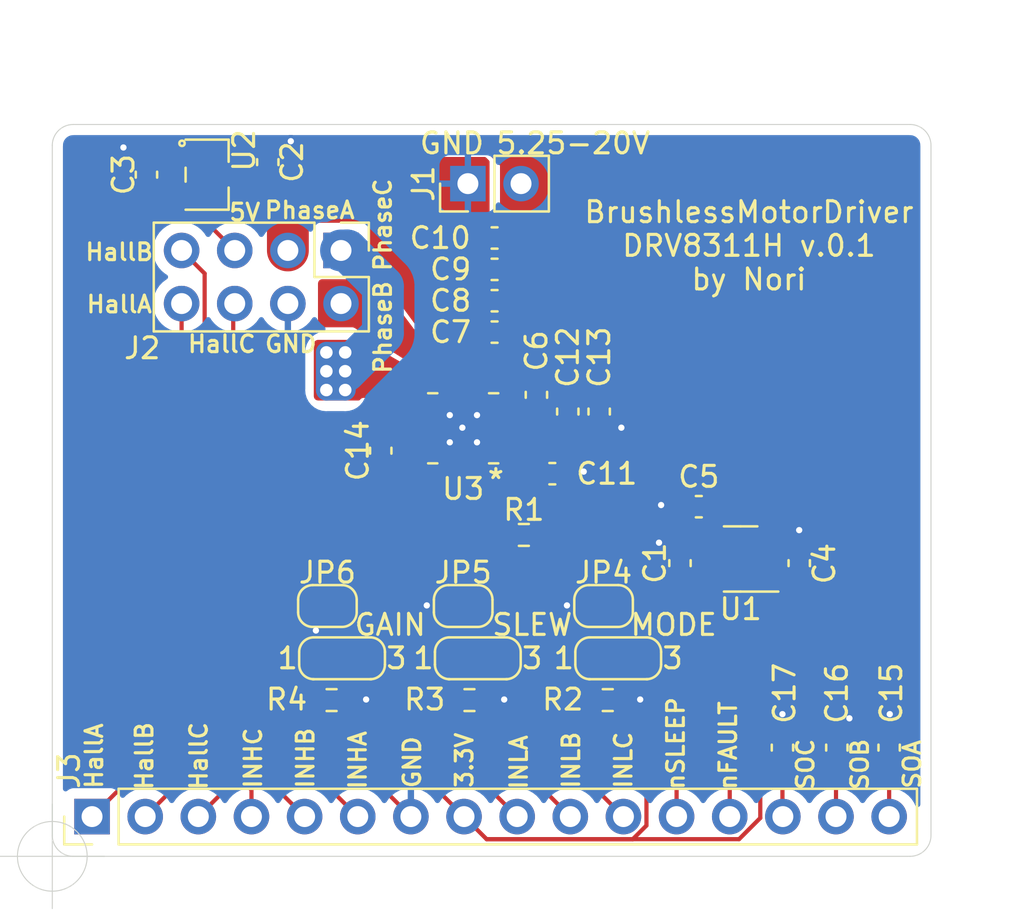
<source format=kicad_pcb>
(kicad_pcb (version 20211014) (generator pcbnew)
  (layers (0 "F.Cu" signal) (31 "B.Cu" signal) (34 "B.Paste" user) (35 "F.Paste" user) (36 "B.SilkS" user "B.Silkscreen") (37 "F.SilkS" user "F.Silkscreen") (38 "B.Mask" user) (39 "F.Mask" user) (44 "Edge.Cuts" user))
  (net 0 "")
  (net 1 "GND")
  (net 2 "+3V0")
  (net 3 "+BATT")
  (net 4 "+5V")
  (net 5 "+3V3")
  (net 6 "Net-(C5-Pad2)")
  (net 7 "Net-(C6-Pad1)")
  (net 8 "SOC")
  (net 9 "SOB")
  (net 10 "SOA")
  (net 11 "PhaseC")
  (net 12 "PhaseB")
  (net 13 "PhaseA")
  (net 14 "HallC")
  (net 15 "HallB")
  (net 16 "HallA")
  (net 17 "nSLEEP")
  (net 18 "INHA")
  (net 19 "INLA")
  (net 20 "INHB")
  (net 21 "INLB")
  (net 22 "INHC")
  (net 23 "INLC")
  (net 24 "nFAULT")
  (net 25 "Net-(JP1-Pad1)")
  (net 26 "MODE")
  (net 27 "Net-(JP2-Pad1)")
  (net 28 "SLEW")
  (net 29 "Net-(JP3-Pad1)")
  (net 30 "GAIN")
  (footprint "Capacitor_SMD:C_0603_1608Metric" (layer "F.Cu") (at 141.14 117.9288)
    (fp_text reference "C9")
    (fp_text value "10u")
  )
  (footprint "Capacitor_SMD:C_0603_1608Metric" (layer "F.Cu") (at 143.14 123.9288 90)
    (fp_text reference "C6")
    (fp_text value "1u")
  )
  (footprint "Capacitor_SMD:C_0603_1608Metric" (layer "F.Cu") (at 144.64 124.7288 90)
    (fp_text reference "C12")
    (fp_text value "0.1u")
  )
  (footprint "Resistor_SMD:R_0603_1608Metric" (layer "F.Cu") (at 133.35 138.5288 180)
    (fp_text reference "R4")
    (fp_text value "47k")
  )
  (footprint "Capacitor_SMD:C_0603_1608Metric" (layer "F.Cu") (at 154.9 140.8 -90)
    (fp_text reference "C17")
    (fp_text value "open")
  )
  (footprint "Resistor_SMD:R_0603_1608Metric" (layer "F.Cu") (at 146.55 138.5288 180)
    (fp_text reference "R2")
    (fp_text value "47k")
  )
  (footprint "Capacitor_SMD:C_0603_1608Metric" (layer "F.Cu") (at 160 140.8 -90)
    (fp_text reference "C15")
    (fp_text value "open")
  )
  (footprint "Resistor_SMD:R_0603_1608Metric" (layer "F.Cu") (at 139.94 138.5288 180)
    (fp_text reference "R3")
    (fp_text value "47k")
  )
  (footprint "Capacitor_SMD:C_0603_1608Metric" (layer "F.Cu") (at 150.9025 129.2788)
    (fp_text reference "C5")
    (fp_text value "0.1u")
  )
  (footprint "Jumper:SolderJumper-3_P1.3mm_Open_RoundedPad1.0x1.5mm_NumberLabels" (layer "F.Cu") (at 147.05 136.5288)
    (fp_text reference "JP1" hide)
    (fp_text value "Jumper")
  )
  (footprint "MCP1792T-5002H&slash_CB:MCP1792T-5002H&slash_CB" (layer "F.Cu") (at 127.4 113.4 -90)
    (fp_text reference "U2")
    (fp_text value "MCP1792T-5002H/CB")
  )
  (footprint "Connector_PinHeader_2.54mm:PinHeader_2x04_P2.54mm_Vertical" (layer "F.Cu") (at 133.8 117.025 -90)
    (fp_text reference "J2")
    (fp_text value "Conn_02x04_Odd_Even")
  )
  (footprint "Jumper:SolderJumper-2_P1.3mm_Open_RoundedPad1.0x1.5mm" (layer "F.Cu") (at 146.35 134.0288)
    (fp_text reference "JP4")
    (fp_text value "Jumper")
  )
  (footprint "Jumper:SolderJumper-3_P1.3mm_Open_RoundedPad1.0x1.5mm_NumberLabels" (layer "F.Cu") (at 133.85 136.5288)
    (fp_text reference "JP3" hide)
    (fp_text value "Jumper")
  )
  (footprint "PDRV8311HRRWR:PDRV8311HRRWR" (layer "F.Cu") (at 139.64 125.5288 180)
    (fp_text reference "U3")
    (fp_text value "PDRV8311HRRWR")
  )
  (footprint "Jumper:SolderJumper-3_P1.3mm_Open_RoundedPad1.0x1.5mm_NumberLabels" (layer "F.Cu") (at 140.34 136.5288)
    (fp_text reference "JP2" hide)
    (fp_text value "Jumper")
  )
  (footprint "Capacitor_SMD:C_0603_1608Metric" (layer "F.Cu") (at 141.14 119.4288)
    (fp_text reference "C8")
    (fp_text value "10u")
  )
  (footprint "Capacitor_SMD:C_0603_1608Metric" (layer "F.Cu") (at 157.5 140.8 -90)
    (fp_text reference "C16")
    (fp_text value "open")
  )
  (footprint "Capacitor_SMD:C_0603_1608Metric" (layer "F.Cu") (at 150.0025 131.9788 -90)
    (fp_text reference "C1")
    (fp_text value "1u")
  )
  (footprint "Package_TO_SOT_SMD:TSOT-23-5" (layer "F.Cu") (at 152.9025 131.7788 180)
    (fp_text reference "U1")
    (fp_text value "NJM2864F03")
  )
  (footprint "Connector_PinHeader_2.54mm:PinHeader_1x16_P2.54mm_Vertical" (layer "F.Cu") (at 121.9 144.1 90)
    (fp_text reference "J3")
    (fp_text value "Conn_01x16")
  )
  (footprint "Jumper:SolderJumper-2_P1.3mm_Open_RoundedPad1.0x1.5mm" (layer "F.Cu") (at 139.64 134.0288)
    (fp_text reference "JP5")
    (fp_text value "Jumper")
  )
  (footprint "Capacitor_SMD:C_0603_1608Metric" (layer "F.Cu") (at 141.14 116.4288)
    (fp_text reference "C10")
    (fp_text value "10u")
  )
  (footprint "Capacitor_SMD:C_0603_1608Metric" (layer "F.Cu") (at 124.5 113.4 -90)
    (fp_text reference "C3")
    (fp_text value "2.2u")
  )
  (footprint "Capacitor_SMD:C_0603_1608Metric" (layer "F.Cu") (at 135.7 126.6 -90)
    (fp_text reference "C14")
    (fp_text value "1u 6.3V X5R or X7R")
  )
  (footprint "Capacitor_SMD:C_0603_1608Metric" (layer "F.Cu") (at 130.3 112.8 -90)
    (fp_text reference "C2")
    (fp_text value "2.2u")
  )
  (footprint "Capacitor_SMD:C_0603_1608Metric" (layer "F.Cu") (at 146.14 124.7288 90)
    (fp_text reference "C13")
    (fp_text value "10u")
  )
  (footprint "Capacitor_SMD:C_0603_1608Metric" (layer "F.Cu") (at 143.9 127.7 180)
    (fp_text reference "C11")
    (fp_text value "0.1u 6.3V X5R or X7R")
  )
  (footprint "Resistor_SMD:R_0603_1608Metric" (layer "F.Cu") (at 142.54 130.6288 180)
    (fp_text reference "R1")
    (fp_text value "5.1k")
  )
  (footprint "Capacitor_SMD:C_0603_1608Metric" (layer "F.Cu") (at 155.7025 131.9788 -90)
    (fp_text reference "C4")
    (fp_text value "0.1u")
  )
  (footprint "Capacitor_SMD:C_0603_1608Metric" (layer "F.Cu") (at 141.14 120.9288)
    (fp_text reference "C7")
    (fp_text value "0.1u")
  )
  (footprint "Connector_PinHeader_2.54mm:PinHeader_1x02_P2.54mm_Vertical" (layer "F.Cu") (at 139.865 113.8288 90)
    (fp_text reference "J1")
    (fp_text value "Conn_01x02")
  )
  (footprint "Jumper:SolderJumper-2_P1.3mm_Open_RoundedPad1.0x1.5mm" (layer "F.Cu") (at 133.15 134.0288)
    (fp_text reference "JP6")
    (fp_text value "Jumper")
  )
  (gr_arc (start 162 145) (mid 161.707107 145.707107) (end 161 146) (layer "Edge.Cuts") (width 0.05))
  (gr_arc (start 120 112) (mid 120.292893 111.292893) (end 121 111) (layer "Edge.Cuts") (width 0.05))
  (gr_line (start 162 145) (end 162 112) (layer "Edge.Cuts") (width 0.05))
  (gr_arc (start 161 111) (mid 161.707107 111.292893) (end 162 112) (layer "Edge.Cuts") (width 0.05))
  (gr_line (start 161 111) (end 121 111) (layer "Edge.Cuts") (width 0.05))
  (gr_line (start 120 112) (end 120 145) (layer "Edge.Cuts") (width 0.05))
  (gr_line (start 121 146) (end 161 146) (layer "Edge.Cuts") (width 0.05))
  (gr_arc (start 121 146) (mid 120.292893 145.707107) (end 120 145) (layer "Edge.Cuts") (width 0.05))
  (gr_text "3.3V" (at 139.7 141.4 90) (layer "F.SilkS") (effects (font (size 0.8 0.8))))
  (gr_text "nFAULT" (at 152.3 140.7 90) (layer "F.SilkS") (effects (font (size 0.8 0.8))))
  (gr_text "HallA" (at 122 141.2 90) (layer "F.SilkS") (effects (font (size 0.8 0.8))))
  (gr_text "5V" (at 129.2 115.2) (layer "F.SilkS") (effects (font (size 0.8 0.8))))
  (gr_text "GND" (at 131.4 121.5) (layer "F.SilkS") (effects (font (size 0.8 0.8))))
  (gr_text "MODE" (at 149.7 134.9288) (layer "F.SilkS") (effects (font (size 1 1))))
  (gr_text "SOC" (at 156 141.6 90) (layer "F.SilkS") (effects (font (size 0.8 0.8))))
  (gr_text "INHC" (at 129.6 141.3 90) (layer "F.SilkS") (effects (font (size 0.8 0.8))))
  (gr_text "INLB" (at 144.8 141.4 90) (layer "F.SilkS") (effects (font (size 0.8 0.8))))
  (gr_text "HallB" (at 124.4 141.2 90) (layer "F.SilkS") (effects (font (size 0.8 0.8))))
  (gr_text "BrushlessMotorDriver\nDRV8311H v.0.1\nby Nori" (at 153.3 116.8) (layer "F.SilkS") (effects (font (size 1 1))))
  (gr_text "HallB" (at 123.2 117.1) (layer "F.SilkS") (effects (font (size 0.8 0.8))))
  (gr_text "5.25-20V" (at 144.9 111.9) (layer "F.SilkS") (effects (font (size 1 1))))
  (gr_text "HallA" (at 123.2 119.6) (layer "F.SilkS") (effects (font (size 0.8 0.8))))
  (gr_text "GND" (at 139.1 111.9) (layer "F.SilkS") (effects (font (size 1 1))))
  (gr_text "INLA" (at 142.3 141.5 90) (layer "F.SilkS") (effects (font (size 0.8 0.8))))
  (gr_text "SLEW" (at 142.94 134.9288) (layer "F.SilkS") (effects (font (size 1 1))))
  (gr_text "nSLEEP" (at 149.8 140.6 90) (layer "F.SilkS") (effects (font (size 0.8 0.8))))
  (gr_text "PhaseB" (at 135.8 120.7 90) (layer "F.SilkS") (effects (font (size 0.8 0.8))))
  (gr_text "HallC" (at 127 141.2 90) (layer "F.SilkS") (effects (font (size 0.8 0.8))))
  (gr_text "INHA" (at 134.6 141.4 90) (layer "F.SilkS") (effects (font (size 0.8 0.8))))
  (gr_text "INHB" (at 132.1 141.3 90) (layer "F.SilkS") (effects (font (size 0.8 0.8))))
  (gr_text "PhaseC" (at 135.8 115.8 90) (layer "F.SilkS") (effects (font (size 0.8 0.8))))
  (gr_text "PhaseA" (at 132.3 115.1) (layer "F.SilkS") (effects (font (size 0.8 0.8))))
  (gr_text "GND" (at 137.2 141.5 90) (layer "F.SilkS") (effects (font (size 0.8 0.8))))
  (gr_text "SOA" (at 161.1 141.6 90) (layer "F.SilkS") (effects (font (size 0.8 0.8))))
  (gr_text "SOB" (at 158.6 141.6 90) (layer "F.SilkS") (effects (font (size 0.8 0.8))))
  (gr_text "GAIN" (at 136.15 134.9288) (layer "F.SilkS") (effects (font (size 1 1))))
  (gr_text "INLC" (at 147.3 141.4 90) (layer "F.SilkS") (effects (font (size 0.8 0.8))))
  (gr_text "HallC" (at 128.1 121.5) (layer "F.SilkS") (effects (font (size 0.8 0.8))))
  (target plus (at 120 146) (size 5) (width 0.05) (layer "Edge.Cuts"))
  (segment (start 124.5 112.625) (end 126.031199 112.625) (width 0.2) (layer "F.Cu") (net 1))
  (segment (start 140.04005 124.0199) (end 140.04005 121.25375) (width 0.23) (layer "F.Cu") (net 1))
  (segment (start 149.2038 131.2038) (end 149 131) (width 0.2) (layer "F.Cu") (net 1))
  (segment (start 130.255733 130.794267) (end 135.225 125.825) (width 0.2) (layer "F.Cu") (net 1))
  (segment (start 155.7025 131.2038) (end 155.7025 130.4025) (width 0.2) (layer "F.Cu") (net 1))
  (segment (start 150.0025 131.2038) (end 149.2038 131.2038) (width 0.2) (layer "F.Cu") (net 1))
  (segment (start 137.9288 134.0288) (end 137.9 134) (width 0.2) (layer "F.Cu") (net 1))
  (segment (start 140.04005 124.0199) (end 140.04005 124.64005) (width 0.23) (layer "F.Cu") (net 1))
  (segment (start 147.1962 125.5038) (end 147.2 125.5) (width 0.2) (layer "F.Cu") (net 1))
  (segment (start 130.3 112.025) (end 131.175 112.025) (width 0.2) (layer "F.Cu") (net 1))
  (segment (start 141.5712 138.5288) (end 141.6 138.5) (width 0.2) (layer "F.Cu") (net 1))
  (segment (start 138.1311 125.5288) (end 139.5712 125.5288) (width 0.2) (layer "F.Cu") (net 1))
  (segment (start 134.088089 141.048089) (end 131.848089 141.048089) (width 0.2) (layer "F.Cu") (net 1))
  (segment (start 145.3 127.7) (end 145.4 127.6) (width 0.2) (layer "F.Cu") (net 1))
  (segment (start 154.9 140.025) (end 154.9 139.2) (width 0.2) (layer "F.Cu") (net 1))
  (segment (start 130.255733 139.455733) (end 130.255733 130.794267) (width 0.2) (layer "F.Cu") (net 1))
  (segment (start 135.9962 125.5288) (end 138.1311 125.5288) (width 0.2) (layer "F.Cu") (net 1))
  (segment (start 157.5 140.025) (end 157.5 140) (width 0.2) (layer "F.Cu") (net 1))
  (segment (start 150.0025 129.4038) (end 150.1275 129.2788) (width 0.2) (layer "F.Cu") (net 1))
  (segment (start 155.1275 131.7788) (end 155.7025 131.2038) (width 0.2) (layer "F.Cu") (net 1))
  (segment (start 160 140.025) (end 160 139.229354) (width 0.2) (layer "F.Cu") (net 1))
  (segment (start 124.5 112.625) (end 123.925 112.625) (width 0.2) (layer "F.Cu") (net 1))
  (segment (start 135.7 125.825) (end 135.9962 125.5288) (width 0.2) (layer "F.Cu") (net 1))
  (segment (start 149.1788 129.2788) (end 149.1 129.2) (width 0.2) (layer "F.Cu") (net 1))
  (segment (start 134.175 138.5288) (end 134.9712 138.5288) (width 0.2) (layer "F.Cu") (net 1))
  (segment (start 140.04005 124.64005) (end 140.3 124.9) (width 0.23) (layer "F.Cu") (net 1))
  (segment (start 132.5 134.0288) (end 132.5 135.1) (width 0.2) (layer "F.Cu") (net 1))
  (segment (start 135.225 125.825) (end 135.7 125.825) (width 0.2) (layer "F.Cu") (net 1))
  (segment (start 145.7 134.0288) (end 144.6288 134.0288) (width 0.2) (layer "F.Cu") (net 1))
  (segment (start 154.04 131.7788) (end 155.1275 131.7788) (width 0.2) (layer "F.Cu") (net 1))
  (segment (start 137.14 144.1) (end 134.088089 141.048089) (width 0.2) (layer "F.Cu") (net 1))
  (segment (start 126.631199 112.025) (end 126.2062 112.449999) (width 0.2) (layer "F.Cu") (net 1))
  (segment (start 131.848089 141.048089) (end 130.255733 139.455733) (width 0.2) (layer "F.Cu") (net 1))
  (segment (start 134.9712 138.5288) (end 135 138.5) (width 0.2) (layer "F.Cu") (net 1))
  (segment (start 126.031199 112.625) (end 126.2062 112.449999) (width 0.2) (layer "F.Cu") (net 1))
  (segment (start 146.14 125.5038) (end 147.1962 125.5038) (width 0.2) (layer "F.Cu") (net 1))
  (segment (start 155.7025 130.4025) (end 155.7 130.4) (width 0.2) (layer "F.Cu") (net 1))
  (segment (start 144.675 127.7) (end 145.3 127.7) (width 0.2) (layer "F.Cu") (net 1))
  (segment (start 138.99 134.0288) (end 137.9288 134.0288) (width 0.2) (layer "F.Cu") (net 1))
  (segment (start 147.375 138.5288) (end 148.0712 138.5288) (width 0.2) (layer "F.Cu") (net 1))
  (segment (start 140.04005 121.25375) (end 140.365 120.9288) (width 0.23) (layer "F.Cu") (net 1))
  (segment (start 130.3 112.025) (end 126.631199 112.025) (width 0.2) (layer "F.Cu") (net 1))
  (segment (start 150.1275 129.2788) (end 149.1788 129.2788) (width 0.2) (layer "F.Cu") (net 1))
  (segment (start 139.5712 125.5288) (end 139.6 125.5) (width 0.2) (layer "F.Cu") (net 1))
  (segment (start 123.925 112.625) (end 123.4 112.1) (width 0.2) (layer "F.Cu") (net 1))
  (segment (start 144.6288 134.0288) (end 144.6 134) (width 0.2) (layer "F.Cu") (net 1))
  (segment (start 157.5 140) (end 158.1 139.4) (width 0.2) (layer "F.Cu") (net 1))
  (segment (start 131.175 112.025) (end 131.4 111.8) (width 0.2) (layer "F.Cu") (net 1))
  (segment (start 160 139.229354) (end 160.029354 139.2) (width 0.2) (layer "F.Cu") (net 1))
  (segment (start 144.64 125.5038) (end 146.14 125.5038) (width 0.2) (layer "F.Cu") (net 1))
  (segment (start 140.765 138.5288) (end 141.5712 138.5288) (width 0.2) (layer "F.Cu") (net 1))
  (segment (start 148.0712 138.5288) (end 148.1 138.5) (width 0.2) (layer "F.Cu") (net 1))
  (segment (start 132.5 135.1) (end 132.6 135.2) (width 0.2) (layer "F.Cu") (net 1))
  (via (at 140.3 124.9) (size 0.6) (drill 0.3) (layers "F.Cu" "B.Cu") (net 1))
  (via (at 140.3 126.2) (size 0.6) (drill 0.3) (layers "F.Cu" "B.Cu") (net 1))
  (via (at 135 138.5) (size 0.6) (drill 0.3) (layers "F.Cu" "B.Cu") (net 1))
  (via (at 131.4 111.8) (size 0.6) (drill 0.3) (layers "F.Cu" "B.Cu") (net 1))
  (via (at 132.6 135.2) (size 0.6) (drill 0.3) (layers "F.Cu" "B.Cu") (net 1))
  (via (at 154.9 139.2) (size 0.6) (drill 0.3) (layers "F.Cu" "B.Cu") (net 1))
  (via (at 144.6 134) (size 0.6) (drill 0.3) (layers "F.Cu" "B.Cu") (net 1))
  (via (at 149 131) (size 0.6) (drill 0.3) (layers "F.Cu" "B.Cu") (net 1))
  (via (at 141.6 138.5) (size 0.6) (drill 0.3) (layers "F.Cu" "B.Cu") (net 1))
  (via (at 145.4 127.6) (size 0.6) (drill 0.3) (layers "F.Cu" "B.Cu") (net 1))
  (via (at 123.4 112.1) (size 0.6) (drill 0.3) (layers "F.Cu" "B.Cu") (net 1))
  (via (at 149.1 129.2) (size 0.6) (drill 0.3) (layers "F.Cu" "B.Cu") (net 1))
  (via (at 155.7 130.4) (size 0.6) (drill 0.3) (layers "F.Cu" "B.Cu") (net 1))
  (via (at 139 126.2) (size 0.6) (drill 0.3) (layers "F.Cu" "B.Cu") (net 1))
  (via (at 139 124.9) (size 0.6) (drill 0.3) (layers "F.Cu" "B.Cu") (net 1))
  (via (at 147.2 125.5) (size 0.6) (drill 0.3) (layers "F.Cu" "B.Cu") (net 1))
  (via (at 148.1 138.5) (size 0.6) (drill 0.3) (layers "F.Cu" "B.Cu") (net 1))
  (via (at 158.1 139.4) (size 0.6) (drill 0.3) (layers "F.Cu" "B.Cu") (net 1))
  (via (at 139.6 125.5) (size 0.6) (drill 0.3) (layers "F.Cu" "B.Cu") (net 1))
  (via (at 137.9 134) (size 0.6) (drill 0.3) (layers "F.Cu" "B.Cu") (net 1))
  (via (at 160.029354 139.2) (size 0.6) (drill 0.3) (layers "F.Cu" "B.Cu") (net 1))
  (segment (start 141.7539 126.3289) (end 143.125 127.7) (width 0.2) (layer "F.Cu") (net 2))
  (segment (start 145.6 128.5) (end 143.925 128.5) (width 0.2) (layer "F.Cu") (net 2))
  (segment (start 143.925 128.5) (end 143.125 127.7) (width 0.2) (layer "F.Cu") (net 2))
  (segment (start 150.0025 132.7538) (end 151.74 132.7538) (width 0.2) (layer "F.Cu") (net 2))
  (segment (start 151.74 132.7538) (end 151.765 132.7288) (width 0.2) (layer "F.Cu") (net 2))
  (segment (start 143.125 127.7) (end 143.465998 127.7) (width 0.2) (layer "F.Cu") (net 2))
  (segment (start 149.8538 132.7538) (end 145.6 128.5) (width 0.2) (layer "F.Cu") (net 2))
  (segment (start 150.0025 132.7538) (end 149.8538 132.7538) (width 0.2) (layer "F.Cu") (net 2))
  (segment (start 141.1489 126.3289) (end 141.7539 126.3289) (width 0.2) (layer "F.Cu") (net 2))
  (segment (start 130.775 113.575) (end 130.3 113.575) (width 0.2) (layer "F.Cu") (net 3))
  (segment (start 130.3 113.575) (end 128.7688 113.575) (width 0.2) (layer "F.Cu") (net 3))
  (segment (start 132.098099 112.251901) (end 130.775 113.575) (width 0.2) (layer "F.Cu") (net 3))
  (segment (start 143.14 123.1538) (end 142.5238 123.1538) (width 0.23) (layer "F.Cu") (net 3))
  (segment (start 141.1489 124.32865) (end 141.52375 123.9538) (width 0.2) (layer "F.Cu") (net 3))
  (segment (start 141.52375 123.9538) (end 144.64 123.9538) (width 0.2) (layer "F.Cu") (net 3))
  (segment (start 140.828101 112.251901) (end 132.098099 112.251901) (width 0.2) (layer "F.Cu") (net 3))
  (segment (start 142.5238 123.1538) (end 141.915 122.545) (width 0.23) (layer "F.Cu") (net 3))
  (segment (start 141.915 122.545) (end 140.4401 124.0199) (width 0.2) (layer "F.Cu") (net 3))
  (segment (start 146.14 123.9538) (end 146.14 122.94) (width 0.2) (layer "F.Cu") (net 3))
  (segment (start 141.915 120.9288) (end 141.915 122.545) (width 0.2) (layer "F.Cu") (net 3))
  (segment (start 146.14 122.94) (end 146.1 122.9) (width 0.2) (layer "F.Cu") (net 3))
  (segment (start 144.64 123.9538) (end 146.14 123.9538) (width 0.2) (layer "F.Cu") (net 3))
  (segment (start 128.7688 113.575) (end 128.5938 113.4) (width 0.2) (layer "F.Cu") (net 3))
  (segment (start 142.405 113.8288) (end 140.828101 112.251901) (width 0.2) (layer "F.Cu") (net 3))
  (segment (start 126.031199 114.175) (end 126.2062 114.350001) (width 0.2) (layer "F.Cu") (net 4))
  (segment (start 125.2 115.6) (end 127.295 115.6) (width 0.2) (layer "F.Cu") (net 4))
  (segment (start 127.295 115.6) (end 128.72 117.025) (width 0.2) (layer "F.Cu") (net 4))
  (segment (start 124.5 114.175) (end 126.031199 114.175) (width 0.2) (layer "F.Cu") (net 4))
  (segment (start 124.5 114.175) (end 124.5 114.9) (width 0.2) (layer "F.Cu") (net 4))
  (segment (start 124.5 114.9) (end 125.2 115.6) (width 0.2) (layer "F.Cu") (net 4))
  (segment (start 141.64 136.5288) (end 144.2556 139.1444) (width 0.2) (layer "F.Cu") (net 5))
  (segment (start 148.4 139.8) (end 149.1 139.1) (width 0.2) (layer "F.Cu") (net 5))
  (segment (start 153.3775 130.8288) (end 153.14798 131.05832) (width 0.2) (layer "F.Cu") (net 5))
  (segment (start 144.9112 139.8) (end 148.4 139.8) (width 0.2) (layer "F.Cu") (net 5))
  (segment (start 136.713938 125.92885) (end 135.7 126.942788) (width 0.2) (layer "F.Cu") (net 5))
  (segment (start 138.737088 139.23332) (end 144.16668 139.23332) (width 0.2) (layer "F.Cu") (net 5))
  (segment (start 153.14798 131.05832) (end 153.14798 132.49928) (width 0.2) (layer "F.Cu") (net 5))
  (segment (start 147.747149 145.179511) (end 148.4 144.52666) (width 0.2) (layer "F.Cu") (net 5))
  (segment (start 153.3775 132.7288) (end 154.04 132.7288) (width 0.2) (layer "F.Cu") (net 5))
  (segment (start 139.68 144.1) (end 136.276178 140.696178) (width 0.2) (layer "F.Cu") (net 5))
  (segment (start 136.276178 140.696178) (end 131.996178 140.696178) (width 0.2) (layer "F.Cu") (net 5))
  (segment (start 153.840489 136.259511) (end 152.358745 136.259511) (width 0.2) (layer "F.Cu") (net 5))
  (segment (start 153.840489 138.459511) (end 153.840489 136.259511) (width 0.2) (layer "F.Cu") (net 5))
  (segment (start 140.759511 145.179511) (end 147.747149 145.179511) (width 0.2) (layer "F.Cu") (net 5))
  (segment (start 154.04 130.8288) (end 153.3775 130.8288) (width 0.2) (layer "F.Cu") (net 5))
  (segment (start 146.728034 130.6288) (end 143.365 130.6288) (width 0.2) (layer "F.Cu") (net 5))
  (segment (start 135.15 136.5288) (end 136.032568 136.5288) (width 0.2) (layer "F.Cu") (net 5))
  (segment (start 130.607644 131.796156) (end 135.0288 127.375) (width 0.2) (layer "F.Cu") (net 5))
  (segment (start 138.1311 125.92885) (end 136.713938 125.92885) (width 0.2) (layer "F.Cu") (net 5))
  (segment (start 136.032568 136.5288) (end 138.737088 139.23332) (width 0.2) (layer "F.Cu") (net 5))
  (segment (start 140.759511 145.179511) (end 152.827149 145.179511) (width 0.2) (layer "F.Cu") (net 5))
  (segment (start 149.1 139.1) (end 149.1 137.2788) (width 0.2) (layer "F.Cu") (net 5))
  (segment (start 153.14798 132.49928) (end 153.3775 132.7288) (width 0.2) (layer "F.Cu") (net 5))
  (segment (start 152.827149 145.179511) (end 153.840489 144.166171) (width 0.2) (layer "F.Cu") (net 5))
  (segment (start 148.4 144.52666) (end 148.4 139.8) (width 0.2) (layer "F.Cu") (net 5))
  (segment (start 135.0288 127.375) (end 135.7 127.375) (width 0.2) (layer "F.Cu") (net 5))
  (segment (start 144.2556 139.1444) (end 144.9112 139.8) (width 0.2) (layer "F.Cu") (net 5))
  (segment (start 131.996178 140.696178) (end 130.607644 139.307644) (width 0.2) (layer "F.Cu") (net 5))
  (segment (start 135.7 126.942788) (end 135.7 127.375) (width 0.2) (layer "F.Cu") (net 5))
  (segment (start 149.1 137.2788) (end 148.35 136.5288) (width 0.2) (layer "F.Cu") (net 5))
  (segment (start 139.68 144.1) (end 140.759511 145.179511) (width 0.2) (layer "F.Cu") (net 5))
  (segment (start 153.840489 144.166171) (end 153.840489 138.459511) (width 0.2) (layer "F.Cu") (net 5))
  (segment (start 155.6775 132.7288) (end 155.7025 132.7538) (width 0.2) (layer "F.Cu") (net 5))
  (segment (start 153.840489 134.615811) (end 155.7025 132.7538) (width 0.2) (layer "F.Cu") (net 5))
  (segment (start 130.607644 139.307644) (end 130.607644 131.796156) (width 0.2) (layer "F.Cu") (net 5))
  (segment (start 153.840489 136.259511) (end 153.840489 134.615811) (width 0.2) (layer "F.Cu") (net 5))
  (segment (start 144.16668 139.23332) (end 144.2556 139.1444) (width 0.2) (layer "F.Cu") (net 5))
  (segment (start 154.04 132.7288) (end 155.6775 132.7288) (width 0.2) (layer "F.Cu") (net 5))
  (segment (start 152.358745 136.259511) (end 146.728034 130.6288) (width 0.2) (layer "F.Cu") (net 5))
  (segment (start 151.6775 130.7413) (end 151.765 130.8288) (width 0.2) (layer "F.Cu") (net 6))
  (segment (start 151.6775 129.2788) (end 151.6775 130.7413) (width 0.2) (layer "F.Cu") (net 6))
  (segment (start 143.1151 124.7287) (end 143.14 124.7038) (width 0.2) (layer "F.Cu") (net 7))
  (segment (start 141.1489 124.7287) (end 143.1151 124.7287) (width 0.2) (layer "F.Cu") (net 7))
  (segment (start 155.77308 126.97308) (end 152.92692 126.97308) (width 0.2) (layer "F.Cu") (net 8))
  (segment (start 141.1489 125.92885) (end 142.22023 125.92885) (width 0.2) (layer "F.Cu") (net 8))
  (segment (start 154.9 141.575) (end 154.9 141.507212) (width 0.2) (layer "F.Cu") (net 8))
  (segment (start 143.26446 126.97308) (end 152.92692 126.97308) (width 0.2) (layer "F.Cu") (net 8))
  (segment (start 154.9 141.575) (end 154.9 144.08) (width 0.2) (layer "F.Cu") (net 8))
  (segment (start 159 137.407212) (end 159 130.2) (width 0.2) (layer "F.Cu") (net 8))
  (segment (start 159 130.2) (end 155.77308 126.97308) (width 0.2) (layer "F.Cu") (net 8))
  (segment (start 154.9 144.08) (end 154.92 144.1) (width 0.2) (layer "F.Cu") (net 8))
  (segment (start 142.22023 125.92885) (end 143.26446 126.97308) (width 0.2) (layer "F.Cu") (net 8))
  (segment (start 152.92692 126.97308) (end 153.17308 126.97308) (width 0.2) (layer "F.Cu") (net 8))
  (segment (start 154.9 141.507212) (end 159 137.407212) (width 0.2) (layer "F.Cu") (net 8))
  (segment (start 159.552454 129.852454) (end 156.3 126.6) (width 0.2) (layer "F.Cu") (net 9))
  (segment (start 157.5 141.575) (end 157.5 141.375534) (width 0.2) (layer "F.Cu") (net 9))
  (segment (start 157.46 144.1) (end 157.46 141.615) (width 0.2) (layer "F.Cu") (net 9))
  (segment (start 142.317856 125.5288) (end 141.1489 125.5288) (width 0.2) (layer "F.Cu") (net 9))
  (segment (start 159.552454 139.32308) (end 159.552454 129.852454) (width 0.2) (layer "F.Cu") (net 9))
  (segment (start 157.46 141.615) (end 157.5 141.575) (width 0.2) (layer "F.Cu") (net 9))
  (segment (start 156.3 126.6) (end 143.389056 126.6) (width 0.2) (layer "F.Cu") (net 9))
  (segment (start 143.389056 126.6) (end 142.317856 125.5288) (width 0.2) (layer "F.Cu") (net 9))
  (segment (start 157.5 141.375534) (end 159.552454 139.32308) (width 0.2) (layer "F.Cu") (net 9))
  (segment (start 141.1489 125.12875) (end 142.415484 125.12875) (width 0.2) (layer "F.Cu") (net 10))
  (segment (start 142.415484 125.12875) (end 143.492454 126.20572) (width 0.2) (layer "F.Cu") (net 10))
  (segment (start 157.026918 126.20572) (end 160.72692 129.905722) (width 0.2) (layer "F.Cu") (net 10))
  (segment (start 160 144.1) (end 160 141.575) (width 0.2) (layer "F.Cu") (net 10))
  (segment (start 143.492454 126.20572) (end 157.026918 126.20572) (width 0.2) (layer "F.Cu") (net 10))
  (segment (start 160.72692 129.905722) (end 160.72692 140.84808) (width 0.2) (layer "F.Cu") (net 10))
  (segment (start 160.72692 140.84808) (end 160 141.575) (width 0.2) (layer "F.Cu") (net 10))
  (segment (start 138.8399 124.0199) (end 138.794739 123.974739) (width 0.2) (layer "F.Cu") (net 11))
  (segment (start 134.274739 123.974739) (end 134 123.7) (width 0.2) (layer "F.Cu") (net 11))
  (segment (start 138.794739 123.974739) (end 134.274739 123.974739) (width 0.2) (layer "F.Cu") (net 11))
  (via (at 134 122.8) (size 0.9) (drill 0.6) (layers "F.Cu" "B.Cu") (net 11))
  (via (at 133.1 122.8) (size 0.9) (drill 0.6) (layers "F.Cu" "B.Cu") (net 11))
  (via (at 133.1 121.9) (size 0.9) (drill 0.6) (layers "F.Cu" "B.Cu") (net 11))
  (via (at 133.1 123.7) (size 0.9) (drill 0.6) (layers "F.Cu" "B.Cu") (net 11))
  (via (at 134 123.7) (size 0.9) (drill 0.6) (layers "F.Cu" "B.Cu") (net 11))
  (via (at 134 121.9) (size 0.9) (drill 0.6) (layers "F.Cu" "B.Cu") (net 11))
  (segment (start 135.801911 118.73578) (end 135.801911 120.998089) (width 2) (layer "B.Cu") (net 11))
  (segment (start 134 121.9) (end 134 123.7) (width 1) (layer "B.Cu") (net 11))
  (segment (start 134.091131 117.025) (end 135.801911 118.73578) (width 2) (layer "B.Cu") (net 11))
  (segment (start 135.801911 120.998089) (end 134 122.8) (width 2) (layer "B.Cu") (net 11))
  (segment (start 133.1 123.7) (end 133.1 121.9) (width 1) (layer "B.Cu") (net 11))
  (segment (start 134 123.7) (end 133.1 123.7) (width 1) (layer "B.Cu") (net 11))
  (segment (start 133.8 117.025) (end 134.091131 117.025) (width 2) (layer "B.Cu") (net 11))
  (segment (start 133.1 121.9) (end 134 121.9) (width 1) (layer "B.Cu") (net 11))
  (segment (start 139.23995 123.443629) (end 138.396321 122.6) (width 0.23) (layer "F.Cu") (net 12))
  (segment (start 139.23995 124.0199) (end 139.23995 123.443629) (width 0.23) (layer "F.Cu") (net 12))
  (segment (start 138.396321 122.6) (end 138 122.6) (width 0.23) (layer "F.Cu") (net 12))
  (segment (start 135.434022 114.7) (end 135.5 114.7) (width 2) (layer "F.Cu") (net 13))
  (segment (start 131.26 115.605978) (end 132.165978 114.7) (width 2) (layer "F.Cu") (net 13))
  (segment (start 139.64 123.14) (end 139.4 122.9) (width 0.23) (layer "F.Cu") (net 13))
  (segment (start 135.5 114.7) (end 136.5 115.7) (width 2) (layer "F.Cu") (net 13))
  (segment (start 136.9 116.1) (end 136.9 116.9) (width 2) (layer "F.Cu") (net 13))
  (segment (start 131.26 117.025) (end 131.26 115.605978) (width 2) (layer "F.Cu") (net 13))
  (segment (start 139.64 124.0199) (end 139.64 123.14) (width 0.23) (layer "F.Cu") (net 13))
  (segment (start 136.5 115.7) (end 136.9 116.1) (width 2) (layer "F.Cu") (net 13))
  (segment (start 132.165978 114.7) (end 135.434022 114.7) (width 2) (layer "F.Cu") (net 13))
  (segment (start 126.98 144.1) (end 128.648089 142.431911) (width 0.2) (layer "F.Cu") (net 14))
  (segment (start 128.648089 142.431911) (end 128.648089 119.636911) (width 0.2) (layer "F.Cu") (net 14))
  (segment (start 128.648089 119.636911) (end 128.72 119.565) (width 0.2) (layer "F.Cu") (net 14))
  (segment (start 127.281911 118.126911) (end 127.281911 141.258089) (width 0.2) (layer "F.Cu") (net 15))
  (segment (start 127.281911 141.258089) (end 124.44 144.1) (width 0.2) (layer "F.Cu") (net 15))
  (segment (start 126.18 117.025) (end 127.281911 118.126911) (width 0.2) (layer "F.Cu") (net 15))
  (segment (start 126.18 139.82) (end 121.9 144.1) (width 0.2) (layer "F.Cu") (net 16))
  (segment (start 126.18 119.565) (end 126.18 139.82) (width 0.2) (layer "F.Cu") (net 16))
  (segment (start 140.4401 127.0377) (end 140.4401 130.436332) (width 0.2) (layer "F.Cu") (net 17))
  (segment (start 140.4401 130.436332) (end 141.703768 131.7) (width 0.2) (layer "F.Cu") (net 17))
  (segment (start 141.703768 131.7) (end 145.982938 131.7) (width 0.2) (layer "F.Cu") (net 17))
  (segment (start 149.84 135.557062) (end 149.84 144.1) (width 0.2) (layer "F.Cu") (net 17))
  (segment (start 145.982938 131.7) (end 149.84 135.557062) (width 0.2) (layer "F.Cu") (net 17))
  (segment (start 138.12543 125.12308) (end 138.1311 125.12875) (width 0.2) (layer "F.Cu") (net 18))
  (segment (start 131.7 141.4) (end 129.903822 139.603822) (width 0.2) (layer "F.Cu") (net 18))
  (segment (start 135.252454 125.12308) (end 138.12543 125.12308) (width 0.2) (layer "F.Cu") (net 18))
  (segment (start 129.903822 139.603822) (end 129.903822 130.471712) (width 0.2) (layer "F.Cu") (net 18))
  (segment (start 129.903822 130.471712) (end 135.252454 125.12308) (width 0.2) (layer "F.Cu") (net 18))
  (segment (start 134.6 144.1) (end 131.9 141.4) (width 0.2) (layer "F.Cu") (net 18))
  (segment (start 131.9 141.4) (end 131.7 141.4) (width 0.2) (layer "F.Cu") (net 18))
  (segment (start 132.144268 140.344268) (end 130.959555 139.159555) (width 0.2) (layer "F.Cu") (net 19))
  (segment (start 142.205774 144.1) (end 142.22 144.1) (width 0.2) (layer "F.Cu") (net 19))
  (segment (start 136.42692 127.797546) (end 136.42692 127.486809) (width 0.2) (layer "F.Cu") (net 19))
  (segment (start 130.959555 133.240445) (end 136.12308 128.07692) (width 0.2) (layer "F.Cu") (net 19))
  (segment (start 136.42692 127.486809) (end 137.584829 126.3289) (width 0.2) (layer "F.Cu") (net 19))
  (segment (start 138.464268 140.344268) (end 132.144268 140.344268) (width 0.2) (layer "F.Cu") (net 19))
  (segment (start 137.584829 126.3289) (end 138.1311 126.3289) (width 0.2) (layer "F.Cu") (net 19))
  (segment (start 136.147546 128.07692) (end 136.42692 127.797546) (width 0.2) (layer "F.Cu") (net 19))
  (segment (start 142.22 144.1) (end 138.464268 140.344268) (width 0.2) (layer "F.Cu") (net 19))
  (segment (start 136.12308 128.07692) (end 136.147546 128.07692) (width 0.2) (layer "F.Cu") (net 19))
  (segment (start 130.959555 139.159555) (end 130.959555 133.240445) (width 0.2) (layer "F.Cu") (net 19))
  (segment (start 135.129732 124.7287) (end 134.7287 125.129732) (width 0.2) (layer "F.Cu") (net 20))
  (segment (start 129.551911 141.591911) (end 132.06 144.1) (width 0.2) (layer "F.Cu") (net 20))
  (segment (start 129.551911 130.306521) (end 129.551911 141.591911) (width 0.2) (layer "F.Cu") (net 20))
  (segment (start 138.1311 124.7287) (end 135.129732 124.7287) (width 0.2) (layer "F.Cu") (net 20))
  (segment (start 134.7287 125.129732) (end 129.551911 130.306521) (width 0.2) (layer "F.Cu") (net 20))
  (segment (start 134.7287 125.129732) (end 134.737264 125.121169) (width 0.2) (layer "F.Cu") (net 20))
  (segment (start 133.3 132) (end 132.720025 132) (width 0.2) (layer "F.Cu") (net 21))
  (segment (start 138.1311 126.72895) (end 137.929836 126.72895) (width 0.2) (layer "F.Cu") (net 21))
  (segment (start 140.652356 139.992356) (end 144.76 144.1) (width 0.2) (layer "F.Cu") (net 21))
  (segment (start 138.1311 126.72895) (end 138.1311 127.1689) (width 0.2) (layer "F.Cu") (net 21))
  (segment (start 131.396169 139.096169) (end 132.292356 139.992356) (width 0.2) (layer "F.Cu") (net 21))
  (segment (start 132.720025 132) (end 131.396169 133.323856) (width 0.2) (layer "F.Cu") (net 21))
  (segment (start 131.396169 133.323856) (end 131.396169 139.096169) (width 0.2) (layer "F.Cu") (net 21))
  (segment (start 138.1311 127.1689) (end 133.3 132) (width 0.2) (layer "F.Cu") (net 21))
  (segment (start 132.292356 139.992356) (end 140.652356 139.992356) (width 0.2) (layer "F.Cu") (net 21))
  (segment (start 138.100729 124.359021) (end 134.940979 124.359021) (width 0.2) (layer "F.Cu") (net 22))
  (segment (start 129.2 130.1) (end 129.2 142.5) (width 0.2) (layer "F.Cu") (net 22))
  (segment (start 129.4 143.98) (end 129.52 144.1) (width 0.2) (layer "F.Cu") (net 22))
  (segment (start 129.2 142.5) (end 129.52 142.82) (width 0.2) (layer "F.Cu") (net 22))
  (segment (start 138.1311 124.32865) (end 138.100729 124.359021) (width 0.2) (layer "F.Cu") (net 22))
  (segment (start 134.940979 124.359021) (end 129.2 130.1) (width 0.2) (layer "F.Cu") (net 22))
  (segment (start 129.52 142.82) (end 129.52 144.1) (width 0.2) (layer "F.Cu") (net 22))
  (segment (start 133.525689 132.351911) (end 132.865791 132.351911) (width 0.2) (layer "F.Cu") (net 23))
  (segment (start 132.865791 132.351911) (end 131.74808 133.469622) (width 0.2) (layer "F.Cu") (net 23))
  (segment (start 138.8399 127.0377) (end 133.525689 132.351911) (width 0.2) (layer "F.Cu") (net 23))
  (segment (start 131.74808 138.86599) (end 132.489721 139.607631) (width 0.2) (layer "F.Cu") (net 23))
  (segment (start 131.74808 133.469622) (end 131.74808 138.86599) (width 0.2) (layer "F.Cu") (net 23))
  (segment (start 142.807631 139.607631) (end 147.3 144.1) (width 0.2) (layer "F.Cu") (net 23))
  (segment (start 132.489721 139.607631) (end 142.807631 139.607631) (width 0.2) (layer "F.Cu") (net 23))
  (segment (start 138.8399 127.0377) (end 138.817139 127.060461) (width 0.2) (layer "F.Cu") (net 23))
  (segment (start 141.715 130.6288) (end 141.715 127.29505) (width 0.2) (layer "F.Cu") (net 24))
  (segment (start 142.41952 131.33332) (end 146.13332 131.33332) (width 0.2) (layer "F.Cu") (net 24))
  (segment (start 152.38 137.58) (end 152.38 144.1) (width 0.2) (layer "F.Cu") (net 24))
  (segment (start 146.13332 131.33332) (end 152.38 137.58) (width 0.2) (layer "F.Cu") (net 24))
  (segment (start 141.715 127.29505) (end 141.1489 126.72895) (width 0.2) (layer "F.Cu") (net 24))
  (segment (start 141.715 130.6288) (end 142.41952 131.33332) (width 0.2) (layer "F.Cu") (net 24))
  (segment (start 145.75 136.5288) (end 145.75 138.5038) (width 0.2) (layer "F.Cu") (net 25))
  (segment (start 145.75 138.5038) (end 145.725 138.5288) (width 0.2) (layer "F.Cu") (net 25))
  (segment (start 147 136.4788) (end 147.05 136.5288) (width 0.2) (layer "F.Cu") (net 26))
  (segment (start 147 133.722532) (end 146.304348 133.02688) (width 0.2) (layer "F.Cu") (net 26))
  (segment (start 147 134.0288) (end 147 136.4788) (width 0.2) (layer "F.Cu") (net 26))
  (segment (start 147 134.0288) (end 147 133.722532) (width 0.2) (layer "F.Cu") (net 26))
  (segment (start 140.04005 130.565638) (end 140.04005 127.0377) (width 0.2) (layer "F.Cu") (net 26))
  (segment (start 146.304348 133.02688) (end 142.501292 133.02688) (width 0.2) (layer "F.Cu") (net 26))
  (segment (start 142.501292 133.02688) (end 140.04005 130.565638) (width 0.2) (layer "F.Cu") (net 26))
  (segment (start 139.04 136.5288) (end 139.04 138.4538) (width 0.2) (layer "F.Cu") (net 27))
  (segment (start 139.04 138.4538) (end 139.115 138.5288) (width 0.2) (layer "F.Cu") (net 27))
  (segment (start 139.64 131.94) (end 140.3 132.6) (width 0.2) (layer "F.Cu") (net 28))
  (segment (start 139.64 127.0377) (end 139.64 131.94) (width 0.2) (layer "F.Cu") (net 28))
  (segment (start 140.34 134.0788) (end 140.29 134.0288) (width 0.2) (layer "F.Cu") (net 28))
  (segment (start 140.29 132.61) (end 140.29 134.0288) (width 0.2) (layer "F.Cu") (net 28))
  (segment (start 140.3 132.6) (end 140.29 132.61) (width 0.2) (layer "F.Cu") (net 28))
  (segment (start 140.34 136.5288) (end 140.34 134.0788) (width 0.2) (layer "F.Cu") (net 28))
  (segment (start 132.55 138.5038) (end 132.525 138.5288) (width 0.2) (layer "F.Cu") (net 29))
  (segment (start 132.55 136.5288) (end 132.55 138.5038) (width 0.2) (layer "F.Cu") (net 29))
  (segment (start 139.23995 127.0377) (end 139.23995 128.58885) (width 0.2) (layer "F.Cu") (net 30))
  (segment (start 133.85 134.0788) (end 133.8 134.0288) (width 0.2) (layer "F.Cu") (net 30))
  (segment (start 139.23995 128.58885) (end 133.8 134.0288) (width 0.2) (layer "F.Cu") (net 30))
  (segment (start 133.85 136.5288) (end 133.85 134.0788) (width 0.2) (layer "F.Cu") (net 30))
  (zone (net 13) (net_name "PhaseA") (layer "F.Cu") (name "PhaseA") (priority 1) (connect_pads yes (clearance 0.2)) (min_thickness 0.2) (fill yes (thermal_gap 0.508) (thermal_bridge_width 0.508) (smoothing fillet) (radius 0.2))
    (polygon (pts (xy 139.8 121.8) (xy 139.8 124.4) (xy 139.5 124.4) (xy 139.5 123.5) (xy 135.1 117.5) (xy 135.1 115.6) (xy 137.8 115.6)))
  )
  (zone (net 12) (net_name "PhaseB") (layer "F.Cu") (name "PhaseB") (priority 1) (connect_pads yes (clearance 0.2)) (min_thickness 0.2) (fill yes (thermal_gap 0.508) (thermal_bridge_width 0.508) (smoothing fillet) (radius 0.2))
    (polygon (pts (xy 139.4 123.6) (xy 139.4 124.4) (xy 139.1 124.4) (xy 139.1 123.7) (xy 139 123.6) (xy 134.4 120.7) (xy 132.7 120.7) (xy 132.7 118.4) (xy 135.5 118.4)))
  )
  (zone (net 11) (net_name "PhaseC") (layer "F.Cu") (name "PhaseC") (priority 1) (connect_pads yes (clearance 0.2)) (min_thickness 0.2) (fill yes (thermal_gap 0.508) (thermal_bridge_width 0.508) (smoothing fillet) (radius 0.2))
    (polygon (pts (xy 139 123.7) (xy 139 124.4) (xy 138.6 124.4) (xy 138.6 124.2) (xy 132.5 124.2) (xy 132.5 121.3) (xy 134.8 121.3)))
  )
  (zone (net 1) (net_name "GND") (layer "F.Cu") (name "GND") (priority 1) (connect_pads yes (clearance 0.2)) (min_thickness 0.2) (fill yes (thermal_gap 0.508) (thermal_bridge_width 0.508) (smoothing fillet) (radius 0.2))
    (polygon (pts (xy 140.9 122.1) (xy 140.3 123.3) (xy 140.2 123.5) (xy 140.2 124.4) (xy 139.9 124.4) (xy 139.9 121.8) (xy 138.1 115.6) (xy 138.1 112.5) (xy 140.9 112.5)))
  )
  (zone (net 3) (net_name "+BATT") (layer "F.Cu") (name "+BATT") (priority 1) (connect_pads yes (clearance 0.2)) (min_thickness 0.2) (fill yes (thermal_gap 0.508) (thermal_bridge_width 0.508) (smoothing fillet) (radius 0.2))
    (polygon (pts (xy 147.3 123.1) (xy 143.8 123.1) (xy 143.8 123.7) (xy 141.5 123.7) (xy 140.6 124.1) (xy 140.6 124.4) (xy 140.3 124.4) (xy 140.3 123.7) (xy 141.4 121.4) (xy 141.4 112.5) (xy 147.3 112.5)))
  )
  (zone (net 1) (net_name "GND") (layer "B.Cu") (name "GND") (priority 1) (connect_pads (clearance 0.508)) (min_thickness 0.254) (fill yes (thermal_gap 0.508) (thermal_bridge_width 0.3) (smoothing fillet) (radius 0.2))
    (polygon (pts (xy 162 146) (xy 120 146) (xy 120 111) (xy 162 111)))
  )
)
</source>
